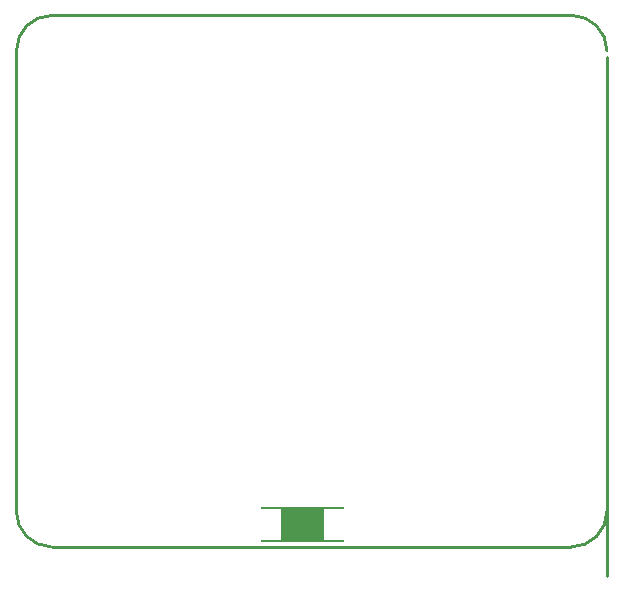
<source format=gko>
G04*
G04 #@! TF.GenerationSoftware,Altium Limited,Altium Designer,22.10.1 (41)*
G04*
G04 Layer_Color=16711935*
%FSLAX44Y44*%
%MOMM*%
G71*
G04*
G04 #@! TF.SameCoordinates,6FA54AF5-B1EA-40D0-AA23-297218595CE5*
G04*
G04*
G04 #@! TF.FilePolarity,Positive*
G04*
G01*
G75*
%ADD13C,0.2540*%
G36*
X27476Y-193254D02*
X10476D01*
Y-219254D01*
X27376D01*
X27476Y-221254D01*
X-42524D01*
Y-219254D01*
X-25524D01*
Y-193254D01*
X-42524D01*
Y-191254D01*
X27476D01*
Y-193254D01*
D02*
G37*
D13*
X-220000Y225000D02*
G03*
X-250000Y195000I0J-30000D01*
G01*
X250000D02*
G03*
X220000Y225000I-30000J0D01*
G01*
Y-225000D02*
G03*
X250000Y-195000I0J30000D01*
G01*
X-250000D02*
G03*
X-220000Y-225000I30000J0D01*
G01*
X-250000Y-195000D02*
Y195000D01*
X-220000Y-225000D02*
X220000D01*
X250000Y-250000D02*
Y190000D01*
X-220000Y225000D02*
X220000D01*
M02*

</source>
